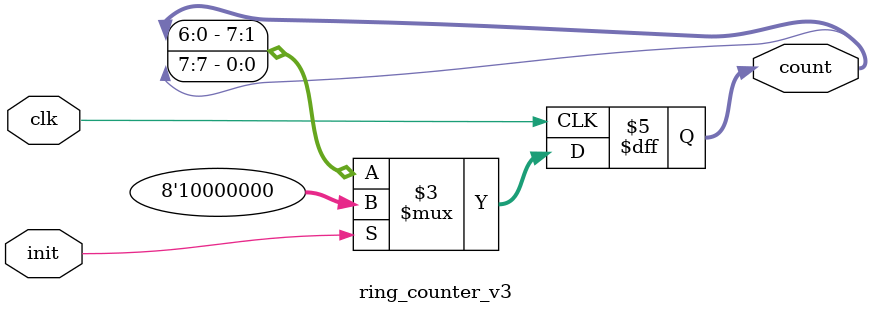
<source format=v>

module ring_counter_v1 (clk, init, count);
/*
• This	soluDon	is	wrong.	
• count[7]	will	get	
overwrijen	in	the	first	
statement.	
	• RotaDon	of	the	bits	
will	not	happen.
*/
    input clk, init;
    output reg [7:0] count;
    
    always @ (posedge clk)
      begin
        if (init) count = 8'b10000000;
        else begin
               count = count << 1;
               count[0] = count [7];
             end
      end
endmodule


// A ring counter (Modified version of v1)
/*
• This	is	the	correct	
version.	
• Since	non-blocking	
assignments	are	used,	
rotaDon	will	take	place	
correctly.	
*/
module ring_counter_v2 (clk, init, count);
    input clk, init;
    output reg [7:0] count;
    
    always @ (posedge clk)
      begin
        if (init) count = 8'b10000000;
        else begin
               count <= count << 1;
               count[0] <= count [7];
             end
      end
endmodule

// A ring counter (Modified version of v1)
/*
• This	is	a	correct	way	of	
modeling	using	blocking	
assignmenti.
*/
module ring_counter_v3 (clk, init, count);
    input clk, init;
    output reg [7:0] count;
    
    always @ (posedge clk)
      begin
        if (init) count = 8'b10000000;
        else 
            count = {count[6:0], count [7]};
      end
endmodule



</source>
